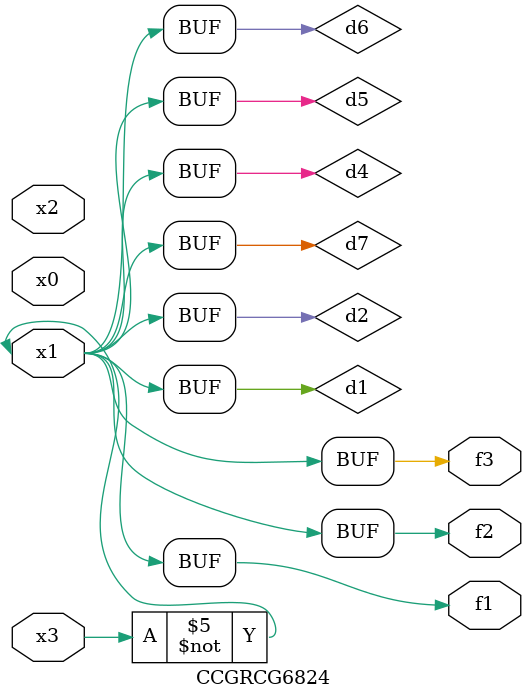
<source format=v>
module CCGRCG6824(
	input x0, x1, x2, x3,
	output f1, f2, f3
);

	wire d1, d2, d3, d4, d5, d6, d7;

	not (d1, x3);
	buf (d2, x1);
	xnor (d3, d1, d2);
	nor (d4, d1);
	buf (d5, d1, d2);
	buf (d6, d4, d5);
	nand (d7, d4);
	assign f1 = d6;
	assign f2 = d7;
	assign f3 = d6;
endmodule

</source>
